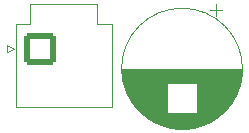
<source format=gbr>
%TF.GenerationSoftware,KiCad,Pcbnew,8.0.1*%
%TF.CreationDate,2024-08-22T21:09:10+09:00*%
%TF.ProjectId,Line-20240325,4c696e65-2d32-4303-9234-303332352e6b,rev?*%
%TF.SameCoordinates,Original*%
%TF.FileFunction,Legend,Top*%
%TF.FilePolarity,Positive*%
%FSLAX46Y46*%
G04 Gerber Fmt 4.6, Leading zero omitted, Abs format (unit mm)*
G04 Created by KiCad (PCBNEW 8.0.1) date 2024-08-22 21:09:10*
%MOMM*%
%LPD*%
G01*
G04 APERTURE LIST*
G04 Aperture macros list*
%AMRoundRect*
0 Rectangle with rounded corners*
0 $1 Rounding radius*
0 $2 $3 $4 $5 $6 $7 $8 $9 X,Y pos of 4 corners*
0 Add a 4 corners polygon primitive as box body*
4,1,4,$2,$3,$4,$5,$6,$7,$8,$9,$2,$3,0*
0 Add four circle primitives for the rounded corners*
1,1,$1+$1,$2,$3*
1,1,$1+$1,$4,$5*
1,1,$1+$1,$6,$7*
1,1,$1+$1,$8,$9*
0 Add four rect primitives between the rounded corners*
20,1,$1+$1,$2,$3,$4,$5,0*
20,1,$1+$1,$4,$5,$6,$7,0*
20,1,$1+$1,$6,$7,$8,$9,0*
20,1,$1+$1,$8,$9,$2,$3,0*%
%AMHorizOval*
0 Thick line with rounded ends*
0 $1 width*
0 $2 $3 position (X,Y) of the first rounded end (center of the circle)*
0 $4 $5 position (X,Y) of the second rounded end (center of the circle)*
0 Add line between two ends*
20,1,$1,$2,$3,$4,$5,0*
0 Add two circle primitives to create the rounded ends*
1,1,$1,$2,$3*
1,1,$1,$4,$5*%
%AMRotRect*
0 Rectangle, with rotation*
0 The origin of the aperture is its center*
0 $1 length*
0 $2 width*
0 $3 Rotation angle, in degrees counterclockwise*
0 Add horizontal line*
21,1,$1,$2,0,0,$3*%
G04 Aperture macros list end*
%ADD10C,0.120000*%
%ADD11C,3.200000*%
%ADD12RoundRect,0.250001X-1.099999X-1.099999X1.099999X-1.099999X1.099999X1.099999X-1.099999X1.099999X0*%
%ADD13C,2.700000*%
%ADD14R,2.000000X2.000000*%
%ADD15C,2.000000*%
%ADD16C,1.400000*%
%ADD17RotRect,1.400000X1.400000X342.000000*%
%ADD18RotRect,1.400000X1.400000X252.000000*%
%ADD19RotRect,1.600000X1.600000X99.000000*%
%ADD20HorizOval,1.600000X0.000000X0.000000X0.000000X0.000000X0*%
%ADD21RotRect,1.400000X1.400000X195.000000*%
%ADD22RotRect,1.400000X1.400000X72.000000*%
%ADD23RotRect,1.400000X1.400000X324.000000*%
%ADD24RotRect,1.400000X1.400000X185.000000*%
%ADD25R,1.700000X1.700000*%
%ADD26O,1.700000X1.700000*%
%ADD27RotRect,1.800000X1.800000X36.000000*%
%ADD28C,1.800000*%
%ADD29R,1.800000X1.800000*%
%ADD30RotRect,1.600000X1.600000X27.000000*%
%ADD31HorizOval,1.600000X0.000000X0.000000X0.000000X0.000000X0*%
%ADD32RotRect,1.400000X1.400000X162.000000*%
%ADD33C,1.150000*%
%ADD34RotRect,1.800000X1.800000X288.000000*%
%ADD35RotRect,1.800000X1.800000X162.000000*%
%ADD36R,1.400000X1.400000*%
%ADD37R,1.600000X1.600000*%
%ADD38O,1.600000X1.600000*%
%ADD39RotRect,1.800000X1.800000X5.000000*%
%ADD40RotRect,1.800000X1.800000X165.000000*%
%ADD41RotRect,1.400000X1.400000X15.000000*%
%ADD42RotRect,1.600000X1.600000X315.000000*%
%ADD43HorizOval,1.600000X0.000000X0.000000X0.000000X0.000000X0*%
%ADD44RotRect,1.400000X1.400000X265.000000*%
%ADD45RotRect,1.800000X1.800000X85.000000*%
%ADD46RotRect,1.800000X1.800000X72.000000*%
%ADD47RotRect,1.800000X1.800000X15.000000*%
%ADD48RoundRect,0.250000X0.725000X-0.600000X0.725000X0.600000X-0.725000X0.600000X-0.725000X-0.600000X0*%
%ADD49O,1.950000X1.700000*%
%ADD50RotRect,1.800000X1.800000X126.000000*%
%ADD51RotRect,1.400000X1.400000X345.000000*%
%ADD52RotRect,1.400000X1.400000X175.000000*%
%ADD53RotRect,1.400000X1.400000X165.000000*%
%ADD54RotRect,1.800000X1.800000X345.000000*%
%ADD55RotRect,1.600000X1.600000X171.000000*%
%ADD56HorizOval,1.600000X0.000000X0.000000X0.000000X0.000000X0*%
%ADD57RotRect,1.800000X1.800000X185.000000*%
%ADD58RotRect,1.800000X1.800000X342.000000*%
%ADD59RotRect,1.400000X1.400000X216.000000*%
%ADD60RotRect,1.800000X1.800000X355.000000*%
%ADD61RotRect,1.800000X1.800000X18.000000*%
%ADD62RotRect,1.800000X1.800000X216.000000*%
%ADD63RotRect,1.800000X1.800000X252.000000*%
%ADD64RotRect,1.400000X1.400000X234.000000*%
%ADD65RotRect,1.800000X1.800000X144.000000*%
%ADD66RotRect,1.800000X1.800000X54.000000*%
%ADD67RotRect,1.400000X1.400000X144.000000*%
%ADD68RotRect,1.800000X1.800000X95.000000*%
%ADD69RotRect,1.800000X1.800000X195.000000*%
%ADD70RotRect,1.400000X1.400000X255.000000*%
%ADD71RotRect,1.800000X1.800000X198.000000*%
%ADD72RotRect,1.800000X1.800000X175.000000*%
%ADD73RotRect,1.400000X1.400000X36.000000*%
%ADD74RotRect,1.400000X1.400000X285.000000*%
%ADD75RotRect,1.400000X1.400000X198.000000*%
%ADD76RotRect,1.800000X1.800000X306.000000*%
%ADD77RotRect,1.400000X1.400000X18.000000*%
%ADD78RotRect,1.800000X1.800000X108.000000*%
%ADD79RotRect,1.400000X1.400000X288.000000*%
%ADD80RotRect,1.400000X1.400000X108.000000*%
%ADD81RotRect,1.400000X1.400000X54.000000*%
%ADD82RotRect,1.400000X1.400000X275.000000*%
%ADD83RotRect,1.400000X1.400000X306.000000*%
%ADD84RotRect,1.800000X1.800000X75.000000*%
%ADD85RotRect,1.400000X1.400000X355.000000*%
%ADD86RotRect,1.800000X1.800000X105.000000*%
%ADD87RotRect,1.800000X1.800000X234.000000*%
%ADD88RotRect,1.800000X1.800000X324.000000*%
%ADD89RotRect,1.400000X1.400000X126.000000*%
%ADD90RotRect,1.400000X1.400000X5.000000*%
%ADD91RotRect,1.600000X1.600000X243.000000*%
%ADD92HorizOval,1.600000X0.000000X0.000000X0.000000X0.000000X0*%
G04 APERTURE END LIST*
D10*
%TO.C,J1*%
X-15945635Y-25136718D02*
X-15345635Y-25436718D01*
X-15945635Y-25736718D02*
X-15945635Y-25136718D01*
X-15345635Y-25436718D02*
X-15945635Y-25736718D01*
X-15145635Y-23326718D02*
X-13945635Y-23326718D01*
X-15145635Y-30346718D02*
X-15145635Y-23326718D01*
X-13945635Y-21626718D02*
X-8265635Y-21626718D01*
X-13945635Y-23326718D02*
X-13945635Y-21626718D01*
X-8265635Y-21626718D02*
X-8265635Y-23326718D01*
X-8265635Y-23326718D02*
X-7065635Y-23326718D01*
X-7065635Y-23326718D02*
X-7065635Y-30346718D01*
X-7065635Y-30346718D02*
X-15145635Y-30346718D01*
%TO.C,C1*%
X-2342001Y-28453423D02*
X-6008000Y-28453423D01*
X-2342001Y-28893423D02*
X-5869000Y-28893423D01*
X-2342001Y-30813423D02*
X-4621000Y-30813423D01*
X-2342000Y-28413423D02*
X-6019000Y-28413423D01*
X-2342000Y-28493423D02*
X-5998000Y-28493423D01*
X-2342000Y-28533423D02*
X-5986000Y-28533423D01*
X-2342000Y-28573423D02*
X-5975000Y-28573423D01*
X-2342000Y-28613424D02*
X-5963000Y-28613423D01*
X-2342000Y-28653423D02*
X-5951000Y-28653422D01*
X-2342000Y-28693423D02*
X-5938000Y-28693423D01*
X-2342000Y-28733422D02*
X-5925000Y-28733423D01*
X-2342000Y-28773423D02*
X-5912000Y-28773423D01*
X-2342000Y-28813423D02*
X-5898000Y-28813423D01*
X-2342000Y-28853423D02*
X-5884000Y-28853423D01*
X-2342000Y-28933423D02*
X-5855000Y-28933423D01*
X-2342000Y-28973423D02*
X-5838999Y-28973423D01*
X-2342000Y-29013423D02*
X-5824000Y-29013423D01*
X-2342000Y-29053424D02*
X-5808001Y-29053423D01*
X-2342000Y-29093423D02*
X-5791000Y-29093423D01*
X-2342000Y-29133423D02*
X-5775000Y-29133424D01*
X-2342000Y-29173422D02*
X-5758000Y-29173423D01*
X-2342000Y-29213423D02*
X-5740000Y-29213423D01*
X-2342000Y-29253423D02*
X-5722000Y-29253423D01*
X-2342000Y-29293423D02*
X-5704000Y-29293423D01*
X-2342000Y-29333422D02*
X-5685000Y-29333422D01*
X-2342000Y-29373423D02*
X-5665000Y-29373423D01*
X-2342000Y-29413423D02*
X-5646000Y-29413423D01*
X-2342000Y-29453423D02*
X-5626000Y-29453423D01*
X-2342000Y-29493424D02*
X-5605000Y-29493423D01*
X-2342000Y-29533423D02*
X-5584000Y-29533423D01*
X-2342000Y-29573423D02*
X-5563000Y-29573423D01*
X-2342000Y-29613422D02*
X-5541000Y-29613423D01*
X-2342000Y-29653423D02*
X-5518000Y-29653423D01*
X-2342000Y-29693423D02*
X-5496000Y-29693423D01*
X-2342000Y-29733423D02*
X-5472000Y-29733423D01*
X-2342000Y-29773422D02*
X-5448000Y-29773423D01*
X-2342000Y-29813423D02*
X-5424000Y-29813423D01*
X-2342000Y-29853423D02*
X-5398999Y-29853423D01*
X-2342000Y-29893423D02*
X-5374000Y-29893423D01*
X-2342000Y-29933424D02*
X-5348000Y-29933424D01*
X-2342000Y-29973423D02*
X-5322000Y-29973423D01*
X-2342000Y-30013423D02*
X-5295000Y-30013423D01*
X-2342000Y-30053422D02*
X-5267000Y-30053423D01*
X-2342000Y-30093424D02*
X-5239000Y-30093423D01*
X-2342000Y-30133423D02*
X-5210999Y-30133423D01*
X-2342000Y-30173423D02*
X-5181000Y-30173423D01*
X-2342000Y-30213422D02*
X-5151000Y-30213422D01*
X-2342000Y-30253423D02*
X-5121000Y-30253423D01*
X-2342000Y-30293423D02*
X-5089999Y-30293423D01*
X-2342000Y-30333423D02*
X-5058000Y-30333423D01*
X-2342000Y-30373424D02*
X-5026000Y-30373423D01*
X-2342000Y-30413423D02*
X-4993000Y-30413423D01*
X-2342000Y-30453423D02*
X-4959000Y-30453424D01*
X-2342000Y-30493423D02*
X-4925000Y-30493423D01*
X-2342000Y-30533424D02*
X-4890000Y-30533424D01*
X-2342000Y-30573423D02*
X-4854000Y-30573423D01*
X-2342000Y-30613423D02*
X-4817000Y-30613423D01*
X-2342000Y-30653422D02*
X-4780000Y-30653423D01*
X-2342000Y-30693423D02*
X-4741000Y-30693423D01*
X-2342000Y-30733423D02*
X-4702000Y-30733423D01*
X-2342000Y-30773423D02*
X-4662000Y-30773423D01*
X-2342000Y-30853423D02*
X-4579000Y-30853423D01*
X-502001Y-32213423D02*
X-1699999Y-32213423D01*
X-239000Y-32173423D02*
X-1963000Y-32173423D01*
X-39001Y-32133423D02*
X-2162999Y-32133423D01*
X129000Y-32093423D02*
X-2331000Y-32093423D01*
X277001Y-32053423D02*
X-2479001Y-32053423D01*
X409000Y-32013423D02*
X-2611000Y-32013423D01*
X529000Y-31973423D02*
X-2731000Y-31973423D01*
X641000Y-31933424D02*
X-2843000Y-31933424D01*
X745000Y-31893423D02*
X-2947000Y-31893423D01*
X843001Y-31853423D02*
X-3045001Y-31853423D01*
X936000Y-31813423D02*
X-3138000Y-31813423D01*
X1023999Y-31773423D02*
X-3225999Y-31773423D01*
X1108000Y-31733423D02*
X-3310000Y-31733423D01*
X1187999Y-31693423D02*
X-3389999Y-31693423D01*
X1264000Y-31653423D02*
X-3466000Y-31653423D01*
X1338000Y-31613423D02*
X-3540000Y-31613423D01*
X1409000Y-31573423D02*
X-3611000Y-31573423D01*
X1477999Y-31533423D02*
X-3679999Y-31533423D01*
X1544000Y-31493423D02*
X-3746000Y-31493423D01*
X1608000Y-31453423D02*
X-3810000Y-31453423D01*
X1669000Y-31413423D02*
X-3871000Y-31413423D01*
X1729000Y-31373423D02*
X-3931000Y-31373423D01*
X1774000Y-21652777D02*
X1774000Y-22652777D01*
X1788000Y-31333423D02*
X-3990000Y-31333423D01*
X1844000Y-31293423D02*
X-4046000Y-31293423D01*
X1899000Y-31253423D02*
X-4101000Y-31253423D01*
X1953000Y-31213423D02*
X-4155000Y-31213423D01*
X2005000Y-31173423D02*
X-4207000Y-31173423D01*
X2055000Y-31133423D02*
X-4257000Y-31133423D01*
X2105000Y-31093423D02*
X-4307000Y-31093423D01*
X2153000Y-31053423D02*
X-4355000Y-31053423D01*
X2200000Y-31013423D02*
X-4402000Y-31013423D01*
X2245999Y-30973423D02*
X-4447999Y-30973423D01*
X2274000Y-22152777D02*
X1274000Y-22152777D01*
X2291000Y-30933423D02*
X-4493000Y-30933423D01*
X2334999Y-30893423D02*
X-4536999Y-30893423D01*
X2377000Y-30853423D02*
X140000Y-30853423D01*
X2419000Y-30813423D02*
X140001Y-30813423D01*
X2460000Y-30773423D02*
X140000Y-30773423D01*
X2500000Y-30733423D02*
X140000Y-30733423D01*
X2539000Y-30693423D02*
X140000Y-30693423D01*
X2578000Y-30653423D02*
X140000Y-30653422D01*
X2615000Y-30613423D02*
X140000Y-30613423D01*
X2652000Y-30573423D02*
X140000Y-30573423D01*
X2688000Y-30533424D02*
X140000Y-30533424D01*
X2723000Y-30493423D02*
X140000Y-30493423D01*
X2757000Y-30453424D02*
X140000Y-30453423D01*
X2791000Y-30413423D02*
X140000Y-30413423D01*
X2824000Y-30373423D02*
X140000Y-30373424D01*
X2856000Y-30333423D02*
X140000Y-30333423D01*
X2887999Y-30293423D02*
X140000Y-30293423D01*
X2919000Y-30253423D02*
X140000Y-30253423D01*
X2949000Y-30213422D02*
X140000Y-30213422D01*
X2979000Y-30173423D02*
X140000Y-30173423D01*
X3008999Y-30133423D02*
X140000Y-30133423D01*
X3037000Y-30093423D02*
X140000Y-30093424D01*
X3065000Y-30053423D02*
X140000Y-30053422D01*
X3093000Y-30013423D02*
X140000Y-30013423D01*
X3120000Y-29973423D02*
X140000Y-29973423D01*
X3146000Y-29933424D02*
X140000Y-29933424D01*
X3172000Y-29893423D02*
X140000Y-29893423D01*
X3196999Y-29853423D02*
X140000Y-29853423D01*
X3222000Y-29813423D02*
X140000Y-29813423D01*
X3246000Y-29773423D02*
X140000Y-29773422D01*
X3270000Y-29733423D02*
X140000Y-29733423D01*
X3294000Y-29693423D02*
X140000Y-29693423D01*
X3316000Y-29653423D02*
X140000Y-29653423D01*
X3339000Y-29613423D02*
X140000Y-29613422D01*
X3361000Y-29573423D02*
X140000Y-29573423D01*
X3382000Y-29533423D02*
X140000Y-29533423D01*
X3403000Y-29493423D02*
X140000Y-29493424D01*
X3424000Y-29453423D02*
X140000Y-29453423D01*
X3444000Y-29413423D02*
X140000Y-29413423D01*
X3463000Y-29373423D02*
X140000Y-29373423D01*
X3483000Y-29333422D02*
X140000Y-29333422D01*
X3502000Y-29293423D02*
X140000Y-29293423D01*
X3520000Y-29253423D02*
X140000Y-29253423D01*
X3538000Y-29213423D02*
X140000Y-29213423D01*
X3556000Y-29173423D02*
X140000Y-29173422D01*
X3573000Y-29133424D02*
X140000Y-29133423D01*
X3589000Y-29093423D02*
X140000Y-29093423D01*
X3606001Y-29053423D02*
X140000Y-29053424D01*
X3622000Y-29013423D02*
X140000Y-29013423D01*
X3636999Y-28973423D02*
X140000Y-28973423D01*
X3653000Y-28933423D02*
X140000Y-28933423D01*
X3667000Y-28893423D02*
X140001Y-28893423D01*
X3682000Y-28853423D02*
X140000Y-28853423D01*
X3696000Y-28813423D02*
X140000Y-28813423D01*
X3710000Y-28773423D02*
X140000Y-28773423D01*
X3723000Y-28733423D02*
X140000Y-28733422D01*
X3736000Y-28693423D02*
X140000Y-28693423D01*
X3749000Y-28653422D02*
X140000Y-28653423D01*
X3761000Y-28613423D02*
X140000Y-28613424D01*
X3773000Y-28573423D02*
X140000Y-28573423D01*
X3784000Y-28533423D02*
X140000Y-28533423D01*
X3796000Y-28493423D02*
X140000Y-28493423D01*
X3806000Y-28453423D02*
X140001Y-28453423D01*
X3817000Y-28413423D02*
X140000Y-28413423D01*
X3827000Y-28373423D02*
X-6029000Y-28373423D01*
X3837000Y-28333423D02*
X-6039000Y-28333423D01*
X3846000Y-28293423D02*
X-6048000Y-28293423D01*
X3855000Y-28253423D02*
X-6057000Y-28253423D01*
X3864000Y-28213423D02*
X-6066000Y-28213423D01*
X3873000Y-28173423D02*
X-6075000Y-28173423D01*
X3881000Y-28133423D02*
X-6083000Y-28133423D01*
X3889000Y-28093423D02*
X-6091000Y-28093423D01*
X3896000Y-28053423D02*
X-6098000Y-28053423D01*
X3903000Y-28013423D02*
X-6105000Y-28013423D01*
X3910000Y-27973423D02*
X-6112000Y-27973423D01*
X3917000Y-27933423D02*
X-6119000Y-27933423D01*
X3923000Y-27893423D02*
X-6125000Y-27893423D01*
X3929000Y-27853423D02*
X-6131000Y-27853423D01*
X3934000Y-27812423D02*
X-6136000Y-27812423D01*
X3939000Y-27772423D02*
X-6141000Y-27772423D01*
X3944000Y-27732423D02*
X-6146000Y-27732423D01*
X3949000Y-27692423D02*
X-6151000Y-27692423D01*
X3953000Y-27652423D02*
X-6155000Y-27652423D01*
X3957000Y-27612423D02*
X-6159000Y-27612423D01*
X3961000Y-27572422D02*
X-6163000Y-27572422D01*
X3964000Y-27532423D02*
X-6166000Y-27532423D01*
X3967000Y-27492423D02*
X-6169000Y-27492423D01*
X3969000Y-27452424D02*
X-6171000Y-27452424D01*
X3972000Y-27412423D02*
X-6174000Y-27412423D01*
X3973999Y-27372423D02*
X-6175999Y-27372423D01*
X3976000Y-27332423D02*
X-6178000Y-27332423D01*
X3977000Y-27292423D02*
X-6179000Y-27292423D01*
X3978000Y-27252423D02*
X-6180000Y-27252423D01*
X3978999Y-27132423D02*
X-6180999Y-27132423D01*
X3979000Y-27172423D02*
X-6181000Y-27172423D01*
X3979000Y-27212423D02*
X-6181000Y-27212423D01*
X4019000Y-27132423D02*
G75*
G02*
X-6221000Y-27132423I-5120000J0D01*
G01*
X-6221000Y-27132423D02*
G75*
G02*
X4019000Y-27132423I5120000J0D01*
G01*
%TD*%
%LPC*%
D11*
%TO.C,REF\u002A\u002A*%
X-79992706Y25637809D03*
%TD*%
%TO.C,REF\u002A\u002A*%
X79991001Y-25638052D03*
%TD*%
%TO.C,REF\u002A\u002A*%
X-47074093Y-25000123D03*
%TD*%
%TO.C,REF\u002A\u002A*%
X47072351Y24999817D03*
%TD*%
%TO.C,REF\u002A\u002A*%
X-80008997Y-25638052D03*
%TD*%
%TO.C,REF\u002A\u002A*%
X-47074094Y24999877D03*
%TD*%
D12*
%TO.C,J1*%
X-13085634Y-25436718D03*
D13*
X-9125636Y-25436718D03*
%TD*%
D14*
%TO.C,C1*%
X-1101000Y-24632423D03*
D15*
X-1101000Y-29632423D03*
%TD*%
D11*
%TO.C,REF\u002A\u002A*%
X79990993Y25637806D03*
%TD*%
%TO.C,REF\u002A\u002A*%
X-25638782Y-79991975D03*
%TD*%
%TO.C,REF\u002A\u002A*%
X25637078Y-79991975D03*
%TD*%
D16*
%TO.C,U15*%
X56330427Y-18303160D03*
D17*
X58746111Y-19088062D03*
%TD*%
D16*
%TO.C,U10*%
X-18303723Y-56331160D03*
D18*
X-19088625Y-58746844D03*
%TD*%
D19*
%TO.C,Comp2*%
X-48672091Y-11556250D03*
D20*
X-51180819Y-11953593D03*
X-53689548Y-12350937D03*
X-56198276Y-12748281D03*
X-58707004Y-13145625D03*
X-61215733Y-13542969D03*
X-63724461Y-13940311D03*
X-64916492Y-6414127D03*
X-62407763Y-6016784D03*
X-59899034Y-5619439D03*
X-57390307Y-5222095D03*
X-54881579Y-4824752D03*
X-52372850Y-4427408D03*
X-49864122Y-4030065D03*
%TD*%
D16*
%TO.C,U24*%
X-85707456Y-22965137D03*
D21*
X-88160910Y-23622537D03*
%TD*%
D16*
%TO.C,U20*%
X18302428Y56330994D03*
D22*
X19087330Y58746678D03*
%TD*%
D16*
%TO.C,U14*%
X47917430Y-34814601D03*
D23*
X49972332Y-36307577D03*
%TD*%
D16*
%TO.C,U23*%
X-88393211Y-7733452D03*
D24*
X-90923551Y-7954828D03*
%TD*%
D25*
%TO.C,J3*%
X16174000Y-32000101D03*
D26*
X18714000Y-32000101D03*
X21253999Y-32000101D03*
X23794000Y-32000101D03*
X26334000Y-32000101D03*
X28874000Y-32000101D03*
%TD*%
D27*
%TO.C,D8*%
X-54827728Y-39834289D03*
D28*
X-52772826Y-38341313D03*
%TD*%
D29*
%TO.C,D6*%
X-67770649Y-83D03*
D28*
X-65230647Y-83D03*
%TD*%
D30*
%TO.C,Comp1*%
X-26031518Y42718159D03*
D31*
X-27184655Y44981316D03*
X-28337790Y47244473D03*
X-29490926Y49507629D03*
X-30644063Y51770786D03*
X-31797198Y54033942D03*
X-32950333Y56297099D03*
X-26160864Y59756506D03*
X-25007728Y57493350D03*
X-23854592Y55230193D03*
X-22701456Y52967037D03*
X-21548320Y50703881D03*
X-20395184Y48440724D03*
X-19242048Y46177567D03*
%TD*%
D16*
%TO.C,U5*%
X-56331724Y18302995D03*
D32*
X-58747408Y19087897D03*
%TD*%
D33*
%TO.C,Y1*%
X-14046520Y-42372774D03*
X-17440632Y-45766886D03*
%TD*%
D34*
%TO.C,D2*%
X-20942730Y64453018D03*
D28*
X-20157828Y62037334D03*
%TD*%
D35*
%TO.C,D15*%
X64452453Y-20942164D03*
D28*
X62036769Y-20157262D03*
%TD*%
D16*
%TO.C,U16*%
X59229351Y-82D03*
D36*
X61769353Y-82D03*
%TD*%
D37*
%TO.C,Comp8*%
X86152692Y-3800122D03*
D38*
X83612692Y-3800122D03*
X81072692Y-3800122D03*
X78532692Y-3800122D03*
X75992692Y-3800122D03*
X73452692Y-3800122D03*
X70912692Y-3800122D03*
X70912692Y3819878D03*
X73452692Y3819877D03*
X75992692Y3819878D03*
X78532692Y3819878D03*
X81072692Y3819878D03*
X83612692Y3819877D03*
X86152692Y3819878D03*
%TD*%
D39*
%TO.C,D23*%
X-95904523Y-8390607D03*
D28*
X-93374183Y-8169231D03*
%TD*%
D16*
%TO.C,U1*%
X-649Y59229916D03*
D36*
X-649Y61769918D03*
%TD*%
D40*
%TO.C,D29*%
X92988822Y-24916632D03*
D28*
X90535368Y-24259232D03*
%TD*%
D16*
%TO.C,U32*%
X85705738Y22964889D03*
D41*
X88159194Y23622291D03*
%TD*%
D42*
%TO.C,Comp5*%
X32582833Y37957409D03*
D43*
X34378884Y39753460D03*
X36174935Y41549512D03*
X37970986Y43345563D03*
X39767037Y45141614D03*
X41563089Y46937665D03*
X43359140Y48733716D03*
X48747294Y43345563D03*
X46951243Y41549511D03*
X45155191Y39753460D03*
X43359140Y37957409D03*
X41563088Y36161359D03*
X39767038Y34365307D03*
X37970986Y32569256D03*
%TD*%
D16*
%TO.C,U26*%
X-7734185Y-88392480D03*
D44*
X-7955561Y-90922816D03*
%TD*%
D45*
%TO.C,D26*%
X-8391341Y-95903787D03*
D28*
X-8169965Y-93373451D03*
%TD*%
D46*
%TO.C,D10*%
X-20942728Y-64453182D03*
D28*
X-20157826Y-62037498D03*
%TD*%
D47*
%TO.C,D24*%
X-92990540Y-24916632D03*
D28*
X-90537086Y-24259232D03*
%TD*%
D48*
%TO.C,J2*%
X52349351Y-3750082D03*
D49*
X52349351Y-1250082D03*
X52349351Y1249918D03*
X52349351Y3749918D03*
%TD*%
D50*
%TO.C,D13*%
X39833558Y-54827163D03*
D28*
X38340582Y-52772261D03*
%TD*%
D16*
%TO.C,U29*%
X85705740Y-22965135D03*
D51*
X88159192Y-23622537D03*
%TD*%
D16*
%TO.C,U22*%
X-88393214Y7733206D03*
D52*
X-90923550Y7954582D03*
%TD*%
D16*
%TO.C,U21*%
X-85707456Y22964891D03*
D53*
X-88160910Y23622291D03*
%TD*%
D54*
%TO.C,D21*%
X-92990537Y24916387D03*
D28*
X-90537085Y24258985D03*
%TD*%
D55*
%TO.C,Comp3*%
X-4050385Y-49860426D03*
D56*
X-4447727Y-52369155D03*
X-4845072Y-54877884D03*
X-5242415Y-57386612D03*
X-5639759Y-59895340D03*
X-6037103Y-62404069D03*
X-6434446Y-64912797D03*
X-13960631Y-63720766D03*
X-13563288Y-61212038D03*
X-13165942Y-58703310D03*
X-12768601Y-56194581D03*
X-12371257Y-53685854D03*
X-11973916Y-51177124D03*
X-11576570Y-48668396D03*
%TD*%
D57*
%TO.C,D31*%
X95902808Y8390359D03*
D28*
X93372468Y8168983D03*
%TD*%
D58*
%TO.C,D5*%
X-64453749Y20941999D03*
D28*
X-62038065Y20157097D03*
%TD*%
D16*
%TO.C,U8*%
X-47918726Y-34814601D03*
D59*
X-49973628Y-36307577D03*
%TD*%
D60*
%TO.C,D22*%
X-95904523Y8390361D03*
D28*
X-93374187Y8168985D03*
%TD*%
D61*
%TO.C,D7*%
X-64453748Y-20942164D03*
D28*
X-62038064Y-20157262D03*
%TD*%
D62*
%TO.C,D18*%
X54826431Y39834125D03*
D28*
X52771529Y38341149D03*
%TD*%
D29*
%TO.C,D16*%
X67769353Y-82D03*
D28*
X65229351Y-82D03*
%TD*%
D63*
%TO.C,D20*%
X20941434Y64453018D03*
D28*
X20156532Y62037334D03*
%TD*%
D16*
%TO.C,U9*%
X-34815167Y-47918160D03*
D64*
X-36308143Y-49973062D03*
%TD*%
D16*
%TO.C,U6*%
X-59230646Y-82D03*
D36*
X-61770648Y-82D03*
%TD*%
D65*
%TO.C,D14*%
X54826432Y-39834289D03*
D28*
X52771530Y-38341313D03*
%TD*%
D66*
%TO.C,D9*%
X-39834854Y-54827163D03*
D28*
X-38341878Y-52772261D03*
%TD*%
D16*
%TO.C,U4*%
X-47918725Y34814436D03*
D67*
X-49973627Y36307412D03*
%TD*%
D68*
%TO.C,D27*%
X8389628Y-95903792D03*
D28*
X8168252Y-93373452D03*
%TD*%
D69*
%TO.C,D32*%
X92988823Y24916385D03*
D28*
X90535367Y24258983D03*
%TD*%
D16*
%TO.C,U25*%
X-22965870Y-85706719D03*
D70*
X-23623270Y-88160173D03*
%TD*%
D71*
%TO.C,D17*%
X64452453Y20941999D03*
D28*
X62036769Y20157097D03*
%TD*%
D72*
%TO.C,D30*%
X95902806Y-8390606D03*
D28*
X93372470Y-8169230D03*
%TD*%
D16*
%TO.C,U18*%
X47917429Y34814436D03*
D73*
X49972331Y36307412D03*
%TD*%
D29*
%TO.C,D1*%
X-648Y67769918D03*
D28*
X-648Y65229916D03*
%TD*%
D16*
%TO.C,U28*%
X22964157Y-85706720D03*
D74*
X23621559Y-88160176D03*
%TD*%
D16*
%TO.C,U7*%
X-56331724Y-18303158D03*
D75*
X-58747408Y-19088060D03*
%TD*%
D37*
%TO.C,Comp6*%
X-86158562Y3799878D03*
D38*
X-83618562Y3799878D03*
X-81078562Y3799878D03*
X-78538562Y3799878D03*
X-75998562Y3799878D03*
X-73458562Y3799878D03*
X-70918562Y3799878D03*
X-70918562Y-3820122D03*
X-73458562Y-3820121D03*
X-75998562Y-3820122D03*
X-78538562Y-3820122D03*
X-81078562Y-3820122D03*
X-83618562Y-3820121D03*
X-86158562Y-3820122D03*
%TD*%
D76*
%TO.C,D3*%
X-39834854Y54826997D03*
D28*
X-38341878Y52772095D03*
%TD*%
D16*
%TO.C,U17*%
X56330430Y18302995D03*
D77*
X58746114Y19087897D03*
%TD*%
D78*
%TO.C,D12*%
X20941434Y-64453182D03*
D28*
X20156532Y-62037498D03*
%TD*%
D16*
%TO.C,U12*%
X18302430Y-56331159D03*
D79*
X19087332Y-58746843D03*
%TD*%
D16*
%TO.C,U2*%
X-18303725Y56330994D03*
D80*
X-19088627Y58746678D03*
%TD*%
D16*
%TO.C,U19*%
X34813870Y47917995D03*
D81*
X36306846Y49972897D03*
%TD*%
D16*
%TO.C,U27*%
X7732473Y-88392479D03*
D82*
X7953847Y-90922813D03*
%TD*%
D16*
%TO.C,U13*%
X34813871Y-47918160D03*
D83*
X36306847Y-49973062D03*
%TD*%
D37*
%TO.C,Comp7*%
X3799141Y-70917800D03*
D38*
X3799141Y-73457800D03*
X3799141Y-75997800D03*
X3799141Y-78537800D03*
X3799141Y-81077800D03*
X3799141Y-83617800D03*
X3799141Y-86157800D03*
X-3820859Y-86157800D03*
X-3820858Y-83617800D03*
X-3820859Y-81077800D03*
X-3820859Y-78537800D03*
X-3820859Y-75997800D03*
X-3820858Y-73457800D03*
X-3820859Y-70917800D03*
%TD*%
D16*
%TO.C,U11*%
X-649Y-59230081D03*
D36*
X-649Y-61770083D03*
%TD*%
D84*
%TO.C,D25*%
X-24917369Y-92989802D03*
D28*
X-24259967Y-90536350D03*
%TD*%
D29*
%TO.C,D11*%
X-649Y-67770083D03*
D28*
X-649Y-65230081D03*
%TD*%
D16*
%TO.C,U30*%
X88391497Y-7733452D03*
D85*
X90921833Y-7954828D03*
%TD*%
D86*
%TO.C,D28*%
X24915654Y-92989804D03*
D28*
X24258252Y-90536348D03*
%TD*%
D87*
%TO.C,D19*%
X39833559Y54826998D03*
D28*
X38340583Y52772096D03*
%TD*%
D88*
%TO.C,D4*%
X-54827729Y39834125D03*
D28*
X-52772827Y38341149D03*
%TD*%
D16*
%TO.C,U3*%
X-34815166Y47917995D03*
D89*
X-36308142Y49972897D03*
%TD*%
D16*
%TO.C,U31*%
X88391495Y7733204D03*
D90*
X90921835Y7954580D03*
%TD*%
D91*
%TO.C,Comp4*%
X46167921Y-19259304D03*
D92*
X48431077Y-20412440D03*
X50694234Y-21565574D03*
X52957391Y-22718711D03*
X55220547Y-23871847D03*
X57483704Y-25024982D03*
X59746861Y-26178119D03*
X56287453Y-32967589D03*
X54024296Y-31814453D03*
X51761139Y-30661317D03*
X49497983Y-29508181D03*
X47234827Y-28355044D03*
X44971670Y-27201909D03*
X42708514Y-26048773D03*
%TD*%
%LPD*%
M02*

</source>
